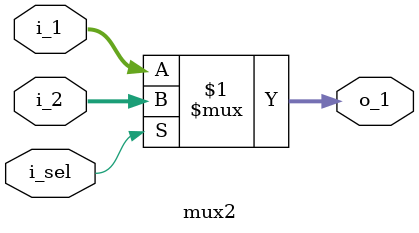
<source format=v>
module mux2 #(
  parameter WIDTH = 32
)(
  input [WIDTH-1:0]   i_1, i_2,
  input               i_sel,
  output [WIDTH-1:0]  o_1
);

  assign o_1 = i_sel ? i_2 : i_1;

endmodule
</source>
